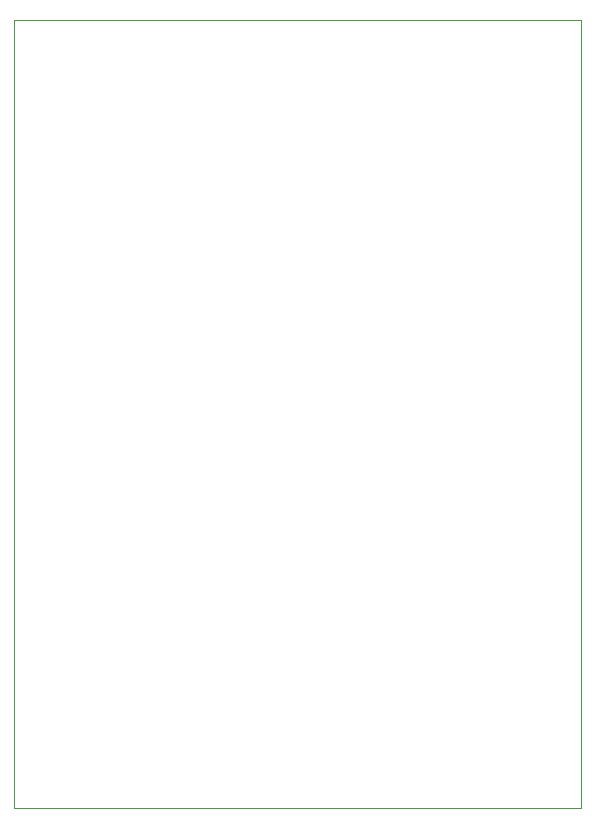
<source format=gbr>
G04 #@! TF.GenerationSoftware,KiCad,Pcbnew,(5.1.8)-1*
G04 #@! TF.CreationDate,2021-08-02T19:11:59-06:00*
G04 #@! TF.ProjectId,RCtoUSB,5243746f-5553-4422-9e6b-696361645f70,rev?*
G04 #@! TF.SameCoordinates,Original*
G04 #@! TF.FileFunction,Profile,NP*
%FSLAX46Y46*%
G04 Gerber Fmt 4.6, Leading zero omitted, Abs format (unit mm)*
G04 Created by KiCad (PCBNEW (5.1.8)-1) date 2021-08-02 19:11:59*
%MOMM*%
%LPD*%
G01*
G04 APERTURE LIST*
G04 #@! TA.AperFunction,Profile*
%ADD10C,0.050000*%
G04 #@! TD*
G04 APERTURE END LIST*
D10*
X81000000Y-131000000D02*
X129000000Y-131000000D01*
X81000000Y-64250000D02*
X81000000Y-131000000D01*
X129000000Y-64250000D02*
X81000000Y-64250000D01*
X129000000Y-131000000D02*
X129000000Y-64250000D01*
M02*

</source>
